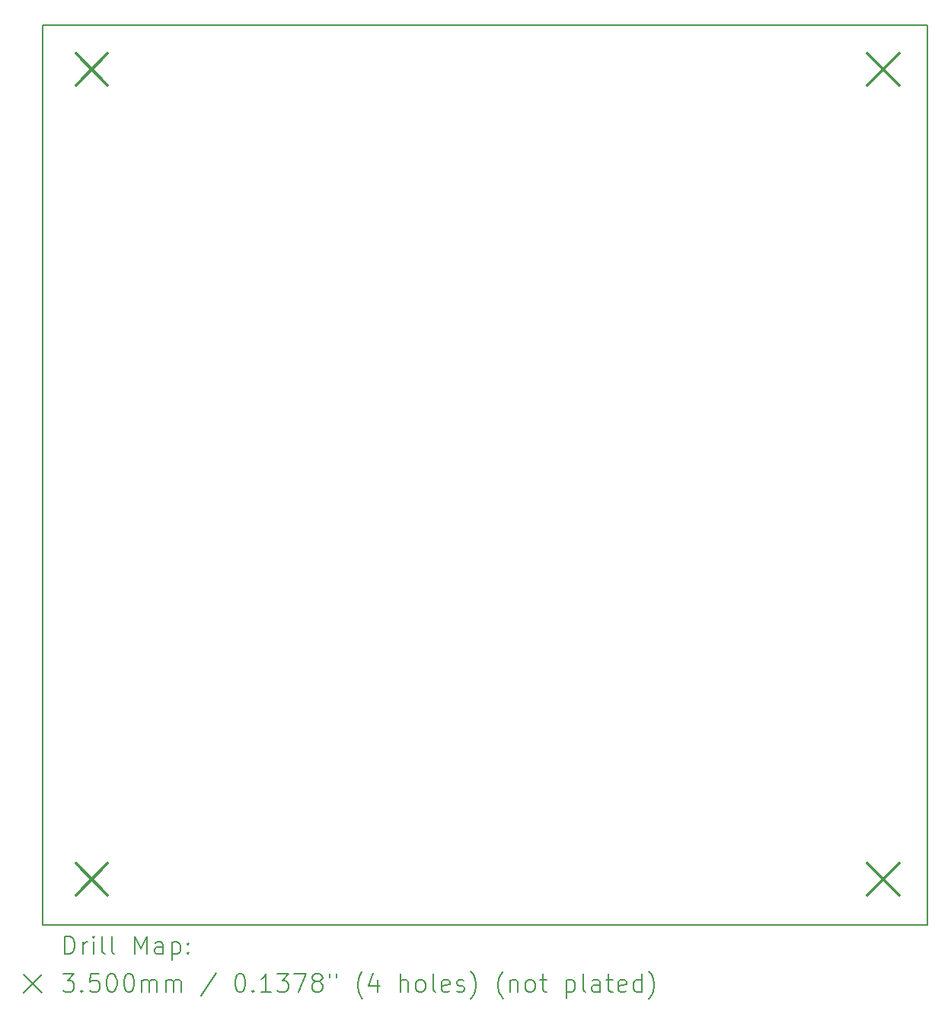
<source format=gbr>
%FSLAX45Y45*%
G04 Gerber Fmt 4.5, Leading zero omitted, Abs format (unit mm)*
G04 Created by KiCad (PCBNEW (6.0.1)) date 2022-03-07 20:17:27*
%MOMM*%
%LPD*%
G01*
G04 APERTURE LIST*
%TA.AperFunction,Profile*%
%ADD10C,0.200000*%
%TD*%
%ADD11C,0.200000*%
%ADD12C,0.350000*%
G04 APERTURE END LIST*
D10*
X18700000Y-5200000D02*
X8860000Y-5200000D01*
X8860000Y-5200000D02*
X8860000Y-15200000D01*
X8860000Y-15200000D02*
X18700000Y-15200000D01*
X18700000Y-15200000D02*
X18700000Y-5200000D01*
D11*
D12*
X9235000Y-5515000D02*
X9585000Y-5865000D01*
X9585000Y-5515000D02*
X9235000Y-5865000D01*
X9235000Y-14515000D02*
X9585000Y-14865000D01*
X9585000Y-14515000D02*
X9235000Y-14865000D01*
X18035000Y-5515000D02*
X18385000Y-5865000D01*
X18385000Y-5515000D02*
X18035000Y-5865000D01*
X18035000Y-14515000D02*
X18385000Y-14865000D01*
X18385000Y-14515000D02*
X18035000Y-14865000D01*
D11*
X9107619Y-15520476D02*
X9107619Y-15320476D01*
X9155238Y-15320476D01*
X9183810Y-15330000D01*
X9202857Y-15349048D01*
X9212381Y-15368095D01*
X9221905Y-15406190D01*
X9221905Y-15434762D01*
X9212381Y-15472857D01*
X9202857Y-15491905D01*
X9183810Y-15510952D01*
X9155238Y-15520476D01*
X9107619Y-15520476D01*
X9307619Y-15520476D02*
X9307619Y-15387143D01*
X9307619Y-15425238D02*
X9317143Y-15406190D01*
X9326667Y-15396667D01*
X9345714Y-15387143D01*
X9364762Y-15387143D01*
X9431429Y-15520476D02*
X9431429Y-15387143D01*
X9431429Y-15320476D02*
X9421905Y-15330000D01*
X9431429Y-15339524D01*
X9440952Y-15330000D01*
X9431429Y-15320476D01*
X9431429Y-15339524D01*
X9555238Y-15520476D02*
X9536190Y-15510952D01*
X9526667Y-15491905D01*
X9526667Y-15320476D01*
X9660000Y-15520476D02*
X9640952Y-15510952D01*
X9631429Y-15491905D01*
X9631429Y-15320476D01*
X9888571Y-15520476D02*
X9888571Y-15320476D01*
X9955238Y-15463333D01*
X10021905Y-15320476D01*
X10021905Y-15520476D01*
X10202857Y-15520476D02*
X10202857Y-15415714D01*
X10193333Y-15396667D01*
X10174286Y-15387143D01*
X10136190Y-15387143D01*
X10117143Y-15396667D01*
X10202857Y-15510952D02*
X10183810Y-15520476D01*
X10136190Y-15520476D01*
X10117143Y-15510952D01*
X10107619Y-15491905D01*
X10107619Y-15472857D01*
X10117143Y-15453809D01*
X10136190Y-15444286D01*
X10183810Y-15444286D01*
X10202857Y-15434762D01*
X10298095Y-15387143D02*
X10298095Y-15587143D01*
X10298095Y-15396667D02*
X10317143Y-15387143D01*
X10355238Y-15387143D01*
X10374286Y-15396667D01*
X10383810Y-15406190D01*
X10393333Y-15425238D01*
X10393333Y-15482381D01*
X10383810Y-15501428D01*
X10374286Y-15510952D01*
X10355238Y-15520476D01*
X10317143Y-15520476D01*
X10298095Y-15510952D01*
X10479048Y-15501428D02*
X10488571Y-15510952D01*
X10479048Y-15520476D01*
X10469524Y-15510952D01*
X10479048Y-15501428D01*
X10479048Y-15520476D01*
X10479048Y-15396667D02*
X10488571Y-15406190D01*
X10479048Y-15415714D01*
X10469524Y-15406190D01*
X10479048Y-15396667D01*
X10479048Y-15415714D01*
X8650000Y-15750000D02*
X8850000Y-15950000D01*
X8850000Y-15750000D02*
X8650000Y-15950000D01*
X9088571Y-15740476D02*
X9212381Y-15740476D01*
X9145714Y-15816667D01*
X9174286Y-15816667D01*
X9193333Y-15826190D01*
X9202857Y-15835714D01*
X9212381Y-15854762D01*
X9212381Y-15902381D01*
X9202857Y-15921428D01*
X9193333Y-15930952D01*
X9174286Y-15940476D01*
X9117143Y-15940476D01*
X9098095Y-15930952D01*
X9088571Y-15921428D01*
X9298095Y-15921428D02*
X9307619Y-15930952D01*
X9298095Y-15940476D01*
X9288571Y-15930952D01*
X9298095Y-15921428D01*
X9298095Y-15940476D01*
X9488571Y-15740476D02*
X9393333Y-15740476D01*
X9383810Y-15835714D01*
X9393333Y-15826190D01*
X9412381Y-15816667D01*
X9460000Y-15816667D01*
X9479048Y-15826190D01*
X9488571Y-15835714D01*
X9498095Y-15854762D01*
X9498095Y-15902381D01*
X9488571Y-15921428D01*
X9479048Y-15930952D01*
X9460000Y-15940476D01*
X9412381Y-15940476D01*
X9393333Y-15930952D01*
X9383810Y-15921428D01*
X9621905Y-15740476D02*
X9640952Y-15740476D01*
X9660000Y-15750000D01*
X9669524Y-15759524D01*
X9679048Y-15778571D01*
X9688571Y-15816667D01*
X9688571Y-15864286D01*
X9679048Y-15902381D01*
X9669524Y-15921428D01*
X9660000Y-15930952D01*
X9640952Y-15940476D01*
X9621905Y-15940476D01*
X9602857Y-15930952D01*
X9593333Y-15921428D01*
X9583810Y-15902381D01*
X9574286Y-15864286D01*
X9574286Y-15816667D01*
X9583810Y-15778571D01*
X9593333Y-15759524D01*
X9602857Y-15750000D01*
X9621905Y-15740476D01*
X9812381Y-15740476D02*
X9831429Y-15740476D01*
X9850476Y-15750000D01*
X9860000Y-15759524D01*
X9869524Y-15778571D01*
X9879048Y-15816667D01*
X9879048Y-15864286D01*
X9869524Y-15902381D01*
X9860000Y-15921428D01*
X9850476Y-15930952D01*
X9831429Y-15940476D01*
X9812381Y-15940476D01*
X9793333Y-15930952D01*
X9783810Y-15921428D01*
X9774286Y-15902381D01*
X9764762Y-15864286D01*
X9764762Y-15816667D01*
X9774286Y-15778571D01*
X9783810Y-15759524D01*
X9793333Y-15750000D01*
X9812381Y-15740476D01*
X9964762Y-15940476D02*
X9964762Y-15807143D01*
X9964762Y-15826190D02*
X9974286Y-15816667D01*
X9993333Y-15807143D01*
X10021905Y-15807143D01*
X10040952Y-15816667D01*
X10050476Y-15835714D01*
X10050476Y-15940476D01*
X10050476Y-15835714D02*
X10060000Y-15816667D01*
X10079048Y-15807143D01*
X10107619Y-15807143D01*
X10126667Y-15816667D01*
X10136190Y-15835714D01*
X10136190Y-15940476D01*
X10231429Y-15940476D02*
X10231429Y-15807143D01*
X10231429Y-15826190D02*
X10240952Y-15816667D01*
X10260000Y-15807143D01*
X10288571Y-15807143D01*
X10307619Y-15816667D01*
X10317143Y-15835714D01*
X10317143Y-15940476D01*
X10317143Y-15835714D02*
X10326667Y-15816667D01*
X10345714Y-15807143D01*
X10374286Y-15807143D01*
X10393333Y-15816667D01*
X10402857Y-15835714D01*
X10402857Y-15940476D01*
X10793333Y-15730952D02*
X10621905Y-15988095D01*
X11050476Y-15740476D02*
X11069524Y-15740476D01*
X11088571Y-15750000D01*
X11098095Y-15759524D01*
X11107619Y-15778571D01*
X11117143Y-15816667D01*
X11117143Y-15864286D01*
X11107619Y-15902381D01*
X11098095Y-15921428D01*
X11088571Y-15930952D01*
X11069524Y-15940476D01*
X11050476Y-15940476D01*
X11031429Y-15930952D01*
X11021905Y-15921428D01*
X11012381Y-15902381D01*
X11002857Y-15864286D01*
X11002857Y-15816667D01*
X11012381Y-15778571D01*
X11021905Y-15759524D01*
X11031429Y-15750000D01*
X11050476Y-15740476D01*
X11202857Y-15921428D02*
X11212381Y-15930952D01*
X11202857Y-15940476D01*
X11193333Y-15930952D01*
X11202857Y-15921428D01*
X11202857Y-15940476D01*
X11402857Y-15940476D02*
X11288571Y-15940476D01*
X11345714Y-15940476D02*
X11345714Y-15740476D01*
X11326667Y-15769048D01*
X11307619Y-15788095D01*
X11288571Y-15797619D01*
X11469524Y-15740476D02*
X11593333Y-15740476D01*
X11526667Y-15816667D01*
X11555238Y-15816667D01*
X11574286Y-15826190D01*
X11583809Y-15835714D01*
X11593333Y-15854762D01*
X11593333Y-15902381D01*
X11583809Y-15921428D01*
X11574286Y-15930952D01*
X11555238Y-15940476D01*
X11498095Y-15940476D01*
X11479048Y-15930952D01*
X11469524Y-15921428D01*
X11660000Y-15740476D02*
X11793333Y-15740476D01*
X11707619Y-15940476D01*
X11898095Y-15826190D02*
X11879048Y-15816667D01*
X11869524Y-15807143D01*
X11860000Y-15788095D01*
X11860000Y-15778571D01*
X11869524Y-15759524D01*
X11879048Y-15750000D01*
X11898095Y-15740476D01*
X11936190Y-15740476D01*
X11955238Y-15750000D01*
X11964762Y-15759524D01*
X11974286Y-15778571D01*
X11974286Y-15788095D01*
X11964762Y-15807143D01*
X11955238Y-15816667D01*
X11936190Y-15826190D01*
X11898095Y-15826190D01*
X11879048Y-15835714D01*
X11869524Y-15845238D01*
X11860000Y-15864286D01*
X11860000Y-15902381D01*
X11869524Y-15921428D01*
X11879048Y-15930952D01*
X11898095Y-15940476D01*
X11936190Y-15940476D01*
X11955238Y-15930952D01*
X11964762Y-15921428D01*
X11974286Y-15902381D01*
X11974286Y-15864286D01*
X11964762Y-15845238D01*
X11955238Y-15835714D01*
X11936190Y-15826190D01*
X12050476Y-15740476D02*
X12050476Y-15778571D01*
X12126667Y-15740476D02*
X12126667Y-15778571D01*
X12421905Y-16016667D02*
X12412381Y-16007143D01*
X12393333Y-15978571D01*
X12383809Y-15959524D01*
X12374286Y-15930952D01*
X12364762Y-15883333D01*
X12364762Y-15845238D01*
X12374286Y-15797619D01*
X12383809Y-15769048D01*
X12393333Y-15750000D01*
X12412381Y-15721428D01*
X12421905Y-15711905D01*
X12583809Y-15807143D02*
X12583809Y-15940476D01*
X12536190Y-15730952D02*
X12488571Y-15873809D01*
X12612381Y-15873809D01*
X12840952Y-15940476D02*
X12840952Y-15740476D01*
X12926667Y-15940476D02*
X12926667Y-15835714D01*
X12917143Y-15816667D01*
X12898095Y-15807143D01*
X12869524Y-15807143D01*
X12850476Y-15816667D01*
X12840952Y-15826190D01*
X13050476Y-15940476D02*
X13031428Y-15930952D01*
X13021905Y-15921428D01*
X13012381Y-15902381D01*
X13012381Y-15845238D01*
X13021905Y-15826190D01*
X13031428Y-15816667D01*
X13050476Y-15807143D01*
X13079048Y-15807143D01*
X13098095Y-15816667D01*
X13107619Y-15826190D01*
X13117143Y-15845238D01*
X13117143Y-15902381D01*
X13107619Y-15921428D01*
X13098095Y-15930952D01*
X13079048Y-15940476D01*
X13050476Y-15940476D01*
X13231428Y-15940476D02*
X13212381Y-15930952D01*
X13202857Y-15911905D01*
X13202857Y-15740476D01*
X13383809Y-15930952D02*
X13364762Y-15940476D01*
X13326667Y-15940476D01*
X13307619Y-15930952D01*
X13298095Y-15911905D01*
X13298095Y-15835714D01*
X13307619Y-15816667D01*
X13326667Y-15807143D01*
X13364762Y-15807143D01*
X13383809Y-15816667D01*
X13393333Y-15835714D01*
X13393333Y-15854762D01*
X13298095Y-15873809D01*
X13469524Y-15930952D02*
X13488571Y-15940476D01*
X13526667Y-15940476D01*
X13545714Y-15930952D01*
X13555238Y-15911905D01*
X13555238Y-15902381D01*
X13545714Y-15883333D01*
X13526667Y-15873809D01*
X13498095Y-15873809D01*
X13479048Y-15864286D01*
X13469524Y-15845238D01*
X13469524Y-15835714D01*
X13479048Y-15816667D01*
X13498095Y-15807143D01*
X13526667Y-15807143D01*
X13545714Y-15816667D01*
X13621905Y-16016667D02*
X13631428Y-16007143D01*
X13650476Y-15978571D01*
X13660000Y-15959524D01*
X13669524Y-15930952D01*
X13679048Y-15883333D01*
X13679048Y-15845238D01*
X13669524Y-15797619D01*
X13660000Y-15769048D01*
X13650476Y-15750000D01*
X13631428Y-15721428D01*
X13621905Y-15711905D01*
X13983809Y-16016667D02*
X13974286Y-16007143D01*
X13955238Y-15978571D01*
X13945714Y-15959524D01*
X13936190Y-15930952D01*
X13926667Y-15883333D01*
X13926667Y-15845238D01*
X13936190Y-15797619D01*
X13945714Y-15769048D01*
X13955238Y-15750000D01*
X13974286Y-15721428D01*
X13983809Y-15711905D01*
X14060000Y-15807143D02*
X14060000Y-15940476D01*
X14060000Y-15826190D02*
X14069524Y-15816667D01*
X14088571Y-15807143D01*
X14117143Y-15807143D01*
X14136190Y-15816667D01*
X14145714Y-15835714D01*
X14145714Y-15940476D01*
X14269524Y-15940476D02*
X14250476Y-15930952D01*
X14240952Y-15921428D01*
X14231428Y-15902381D01*
X14231428Y-15845238D01*
X14240952Y-15826190D01*
X14250476Y-15816667D01*
X14269524Y-15807143D01*
X14298095Y-15807143D01*
X14317143Y-15816667D01*
X14326667Y-15826190D01*
X14336190Y-15845238D01*
X14336190Y-15902381D01*
X14326667Y-15921428D01*
X14317143Y-15930952D01*
X14298095Y-15940476D01*
X14269524Y-15940476D01*
X14393333Y-15807143D02*
X14469524Y-15807143D01*
X14421905Y-15740476D02*
X14421905Y-15911905D01*
X14431428Y-15930952D01*
X14450476Y-15940476D01*
X14469524Y-15940476D01*
X14688571Y-15807143D02*
X14688571Y-16007143D01*
X14688571Y-15816667D02*
X14707619Y-15807143D01*
X14745714Y-15807143D01*
X14764762Y-15816667D01*
X14774286Y-15826190D01*
X14783809Y-15845238D01*
X14783809Y-15902381D01*
X14774286Y-15921428D01*
X14764762Y-15930952D01*
X14745714Y-15940476D01*
X14707619Y-15940476D01*
X14688571Y-15930952D01*
X14898095Y-15940476D02*
X14879048Y-15930952D01*
X14869524Y-15911905D01*
X14869524Y-15740476D01*
X15060000Y-15940476D02*
X15060000Y-15835714D01*
X15050476Y-15816667D01*
X15031428Y-15807143D01*
X14993333Y-15807143D01*
X14974286Y-15816667D01*
X15060000Y-15930952D02*
X15040952Y-15940476D01*
X14993333Y-15940476D01*
X14974286Y-15930952D01*
X14964762Y-15911905D01*
X14964762Y-15892857D01*
X14974286Y-15873809D01*
X14993333Y-15864286D01*
X15040952Y-15864286D01*
X15060000Y-15854762D01*
X15126667Y-15807143D02*
X15202857Y-15807143D01*
X15155238Y-15740476D02*
X15155238Y-15911905D01*
X15164762Y-15930952D01*
X15183809Y-15940476D01*
X15202857Y-15940476D01*
X15345714Y-15930952D02*
X15326667Y-15940476D01*
X15288571Y-15940476D01*
X15269524Y-15930952D01*
X15260000Y-15911905D01*
X15260000Y-15835714D01*
X15269524Y-15816667D01*
X15288571Y-15807143D01*
X15326667Y-15807143D01*
X15345714Y-15816667D01*
X15355238Y-15835714D01*
X15355238Y-15854762D01*
X15260000Y-15873809D01*
X15526667Y-15940476D02*
X15526667Y-15740476D01*
X15526667Y-15930952D02*
X15507619Y-15940476D01*
X15469524Y-15940476D01*
X15450476Y-15930952D01*
X15440952Y-15921428D01*
X15431428Y-15902381D01*
X15431428Y-15845238D01*
X15440952Y-15826190D01*
X15450476Y-15816667D01*
X15469524Y-15807143D01*
X15507619Y-15807143D01*
X15526667Y-15816667D01*
X15602857Y-16016667D02*
X15612381Y-16007143D01*
X15631428Y-15978571D01*
X15640952Y-15959524D01*
X15650476Y-15930952D01*
X15660000Y-15883333D01*
X15660000Y-15845238D01*
X15650476Y-15797619D01*
X15640952Y-15769048D01*
X15631428Y-15750000D01*
X15612381Y-15721428D01*
X15602857Y-15711905D01*
M02*

</source>
